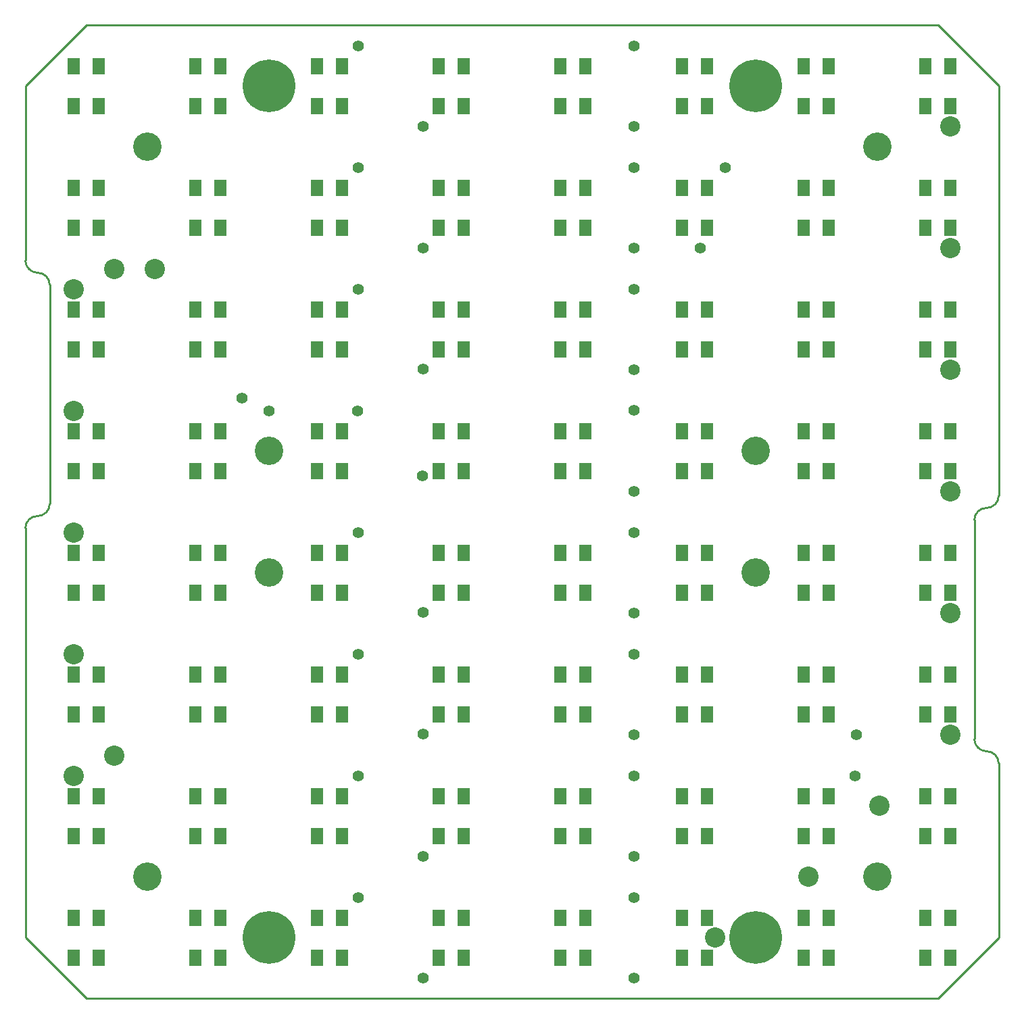
<source format=gts>
G04 #@! TF.FileFunction,Soldermask,Top*
%FSLAX46Y46*%
G04 Gerber Fmt 4.6, Leading zero omitted, Abs format (unit mm)*
G04 Created by KiCad (PCBNEW 0.201504141001+5596~22~ubuntu14.10.1-product) date Friday 17 April 2015 10:18:20 PM IST*
%MOMM*%
G01*
G04 APERTURE LIST*
%ADD10C,0.152400*%
%ADD11C,0.254000*%
%ADD12C,3.556000*%
%ADD13R,1.524000X2.032000*%
%ADD14C,6.604000*%
%ADD15C,2.540000*%
%ADD16C,1.397000*%
G04 APERTURE END LIST*
D10*
D11*
X147320000Y-33020000D02*
X139700000Y-25400000D01*
X147320000Y-139700000D02*
X139700000Y-147320000D01*
X25400000Y-139700000D02*
X33020000Y-147320000D01*
X33020000Y-25400000D02*
X25400000Y-33020000D01*
X147320000Y-117856000D02*
G75*
G03X145796000Y-116332000I-1524000J0D01*
G01*
X144272000Y-114808000D02*
G75*
G03X145796000Y-116332000I1524000J0D01*
G01*
X145796000Y-85852000D02*
G75*
G03X144272000Y-87376000I0J-1524000D01*
G01*
X145796000Y-85852000D02*
G75*
G03X147320000Y-84328000I0J1524000D01*
G01*
X25400000Y-54864000D02*
G75*
G03X26924000Y-56388000I1524000J0D01*
G01*
X28448000Y-57912000D02*
G75*
G03X26924000Y-56388000I-1524000J0D01*
G01*
X26924000Y-86868000D02*
G75*
G03X25400000Y-88392000I0J-1524000D01*
G01*
X26924000Y-86868000D02*
G75*
G03X28448000Y-85344000I0J1524000D01*
G01*
X147320000Y-84328000D02*
X147320000Y-33020000D01*
X147320000Y-117856000D02*
X147320000Y-139700000D01*
X25400000Y-88392000D02*
X25400000Y-139700000D01*
X25400000Y-54864000D02*
X25400000Y-33020000D01*
X144272000Y-101092000D02*
X144272000Y-114808000D01*
X144272000Y-101092000D02*
X144272000Y-87376000D01*
X28448000Y-71628000D02*
X28448000Y-85344000D01*
X28448000Y-71628000D02*
X28448000Y-57912000D01*
X139700000Y-147320000D02*
X33020000Y-147320000D01*
X33020000Y-25400000D02*
X139700000Y-25400000D01*
D12*
X132080000Y-132080000D03*
X40640000Y-132080000D03*
X116840000Y-78740000D03*
X55880000Y-78740000D03*
X116840000Y-93980000D03*
X55880000Y-93980000D03*
X132080000Y-40640000D03*
X40640000Y-40640000D03*
D13*
X126047500Y-30543500D03*
X122872500Y-30543500D03*
X122872500Y-35496500D03*
X126047500Y-35496500D03*
X110807500Y-30543500D03*
X107632500Y-30543500D03*
X107632500Y-35496500D03*
X110807500Y-35496500D03*
X95567500Y-30543500D03*
X92392500Y-30543500D03*
X92392500Y-35496500D03*
X95567500Y-35496500D03*
X80327500Y-30543500D03*
X77152500Y-30543500D03*
X77152500Y-35496500D03*
X80327500Y-35496500D03*
X65087500Y-30543500D03*
X61912500Y-30543500D03*
X61912500Y-35496500D03*
X65087500Y-35496500D03*
X49847500Y-30543500D03*
X46672500Y-30543500D03*
X46672500Y-35496500D03*
X49847500Y-35496500D03*
X34607500Y-30543500D03*
X31432500Y-30543500D03*
X31432500Y-35496500D03*
X34607500Y-35496500D03*
X141287500Y-45783500D03*
X138112500Y-45783500D03*
X138112500Y-50736500D03*
X141287500Y-50736500D03*
X126047500Y-45783500D03*
X122872500Y-45783500D03*
X122872500Y-50736500D03*
X126047500Y-50736500D03*
X110807500Y-45783500D03*
X107632500Y-45783500D03*
X107632500Y-50736500D03*
X110807500Y-50736500D03*
X95567500Y-45783500D03*
X92392500Y-45783500D03*
X92392500Y-50736500D03*
X95567500Y-50736500D03*
X80327500Y-45783500D03*
X77152500Y-45783500D03*
X77152500Y-50736500D03*
X80327500Y-50736500D03*
X65087500Y-45783500D03*
X61912500Y-45783500D03*
X61912500Y-50736500D03*
X65087500Y-50736500D03*
X49847500Y-45783500D03*
X46672500Y-45783500D03*
X46672500Y-50736500D03*
X49847500Y-50736500D03*
X34607500Y-45783500D03*
X31432500Y-45783500D03*
X31432500Y-50736500D03*
X34607500Y-50736500D03*
X141287500Y-61023500D03*
X138112500Y-61023500D03*
X138112500Y-65976500D03*
X141287500Y-65976500D03*
X126047500Y-61023500D03*
X122872500Y-61023500D03*
X122872500Y-65976500D03*
X126047500Y-65976500D03*
X110807500Y-61023500D03*
X107632500Y-61023500D03*
X107632500Y-65976500D03*
X110807500Y-65976500D03*
X95567500Y-61023500D03*
X92392500Y-61023500D03*
X92392500Y-65976500D03*
X95567500Y-65976500D03*
X80327500Y-61023500D03*
X77152500Y-61023500D03*
X77152500Y-65976500D03*
X80327500Y-65976500D03*
X65087500Y-61023500D03*
X61912500Y-61023500D03*
X61912500Y-65976500D03*
X65087500Y-65976500D03*
X49847500Y-61023500D03*
X46672500Y-61023500D03*
X46672500Y-65976500D03*
X49847500Y-65976500D03*
X34607500Y-61023500D03*
X31432500Y-61023500D03*
X31432500Y-65976500D03*
X34607500Y-65976500D03*
X141287500Y-76263500D03*
X138112500Y-76263500D03*
X138112500Y-81216500D03*
X141287500Y-81216500D03*
X126047500Y-76263500D03*
X122872500Y-76263500D03*
X122872500Y-81216500D03*
X126047500Y-81216500D03*
X110807500Y-76263500D03*
X107632500Y-76263500D03*
X107632500Y-81216500D03*
X110807500Y-81216500D03*
X95567500Y-76263500D03*
X92392500Y-76263500D03*
X92392500Y-81216500D03*
X95567500Y-81216500D03*
X80327500Y-76263500D03*
X77152500Y-76263500D03*
X77152500Y-81216500D03*
X80327500Y-81216500D03*
X65087500Y-76263500D03*
X61912500Y-76263500D03*
X61912500Y-81216500D03*
X65087500Y-81216500D03*
X49847500Y-76263500D03*
X46672500Y-76263500D03*
X46672500Y-81216500D03*
X49847500Y-81216500D03*
X34607500Y-76263500D03*
X31432500Y-76263500D03*
X31432500Y-81216500D03*
X34607500Y-81216500D03*
X141287500Y-91503500D03*
X138112500Y-91503500D03*
X138112500Y-96456500D03*
X141287500Y-96456500D03*
X126047500Y-91503500D03*
X122872500Y-91503500D03*
X122872500Y-96456500D03*
X126047500Y-96456500D03*
X110807500Y-91503500D03*
X107632500Y-91503500D03*
X107632500Y-96456500D03*
X110807500Y-96456500D03*
X95567500Y-91503500D03*
X92392500Y-91503500D03*
X92392500Y-96456500D03*
X95567500Y-96456500D03*
X80327500Y-91503500D03*
X77152500Y-91503500D03*
X77152500Y-96456500D03*
X80327500Y-96456500D03*
X65087500Y-91503500D03*
X61912500Y-91503500D03*
X61912500Y-96456500D03*
X65087500Y-96456500D03*
X49847500Y-91503500D03*
X46672500Y-91503500D03*
X46672500Y-96456500D03*
X49847500Y-96456500D03*
X34607500Y-91503500D03*
X31432500Y-91503500D03*
X31432500Y-96456500D03*
X34607500Y-96456500D03*
X141287500Y-106743500D03*
X138112500Y-106743500D03*
X138112500Y-111696500D03*
X141287500Y-111696500D03*
X126047500Y-106743500D03*
X122872500Y-106743500D03*
X122872500Y-111696500D03*
X126047500Y-111696500D03*
X110807500Y-106743500D03*
X107632500Y-106743500D03*
X107632500Y-111696500D03*
X110807500Y-111696500D03*
X95567500Y-106743500D03*
X92392500Y-106743500D03*
X92392500Y-111696500D03*
X95567500Y-111696500D03*
X80327500Y-106743500D03*
X77152500Y-106743500D03*
X77152500Y-111696500D03*
X80327500Y-111696500D03*
X65087500Y-106743500D03*
X61912500Y-106743500D03*
X61912500Y-111696500D03*
X65087500Y-111696500D03*
X49847500Y-106743500D03*
X46672500Y-106743500D03*
X46672500Y-111696500D03*
X49847500Y-111696500D03*
X34607500Y-106743500D03*
X31432500Y-106743500D03*
X31432500Y-111696500D03*
X34607500Y-111696500D03*
X141287500Y-121983500D03*
X138112500Y-121983500D03*
X138112500Y-126936500D03*
X141287500Y-126936500D03*
X126047500Y-121983500D03*
X122872500Y-121983500D03*
X122872500Y-126936500D03*
X126047500Y-126936500D03*
X110807500Y-121983500D03*
X107632500Y-121983500D03*
X107632500Y-126936500D03*
X110807500Y-126936500D03*
X95567500Y-121983500D03*
X92392500Y-121983500D03*
X92392500Y-126936500D03*
X95567500Y-126936500D03*
X80327500Y-121983500D03*
X77152500Y-121983500D03*
X77152500Y-126936500D03*
X80327500Y-126936500D03*
X65087500Y-121983500D03*
X61912500Y-121983500D03*
X61912500Y-126936500D03*
X65087500Y-126936500D03*
X49847500Y-121983500D03*
X46672500Y-121983500D03*
X46672500Y-126936500D03*
X49847500Y-126936500D03*
X34607500Y-121983500D03*
X31432500Y-121983500D03*
X31432500Y-126936500D03*
X34607500Y-126936500D03*
X141287500Y-137223500D03*
X138112500Y-137223500D03*
X138112500Y-142176500D03*
X141287500Y-142176500D03*
X126047500Y-137223500D03*
X122872500Y-137223500D03*
X122872500Y-142176500D03*
X126047500Y-142176500D03*
X110807500Y-137223500D03*
X107632500Y-137223500D03*
X107632500Y-142176500D03*
X110807500Y-142176500D03*
X95567500Y-137223500D03*
X92392500Y-137223500D03*
X92392500Y-142176500D03*
X95567500Y-142176500D03*
X80327500Y-137223500D03*
X77152500Y-137223500D03*
X77152500Y-142176500D03*
X80327500Y-142176500D03*
X65087500Y-137223500D03*
X61912500Y-137223500D03*
X61912500Y-142176500D03*
X65087500Y-142176500D03*
X49847500Y-137223500D03*
X46672500Y-137223500D03*
X46672500Y-142176500D03*
X49847500Y-142176500D03*
X141287500Y-30543500D03*
X138112500Y-30543500D03*
X138112500Y-35496500D03*
X141287500Y-35496500D03*
X34607500Y-137223500D03*
X31432500Y-137223500D03*
X31432500Y-142176500D03*
X34607500Y-142176500D03*
D14*
X116840000Y-139700000D03*
X55880000Y-139700000D03*
X55880000Y-33020000D03*
X116840000Y-33020000D03*
D12*
X116840000Y-139700000D03*
X55880000Y-139700000D03*
D15*
X36512500Y-116903500D03*
X123507500Y-132016500D03*
X31432500Y-119443500D03*
X132397500Y-123126500D03*
X31432500Y-104203500D03*
X141287500Y-114236500D03*
X31432500Y-88963500D03*
X141287500Y-98996500D03*
X31432500Y-73723500D03*
X141300200Y-83769200D03*
X31432500Y-58483500D03*
X141287500Y-68516500D03*
X36512500Y-55943500D03*
X141287500Y-53276500D03*
X41592500Y-55943500D03*
X141287500Y-38036500D03*
X111760000Y-139700000D03*
D16*
X52565300Y-72072500D03*
X75184000Y-144729200D03*
X75184000Y-129489200D03*
X75184000Y-114198400D03*
X75184000Y-98958400D03*
X75184000Y-68478400D03*
X75184000Y-53289200D03*
X75184000Y-38049200D03*
X109931200Y-53289200D03*
X75171300Y-81813400D03*
X101600000Y-38049200D03*
X101600000Y-53289200D03*
X101600000Y-68529200D03*
X101600000Y-83769200D03*
X101600000Y-99009200D03*
X101600000Y-114249200D03*
X101600000Y-129489200D03*
X101600000Y-144729200D03*
X129476500Y-114236500D03*
X113030000Y-43230800D03*
X55943500Y-73723500D03*
X129362200Y-119443500D03*
X67056000Y-134670800D03*
X67056000Y-119430800D03*
X67056000Y-104190800D03*
X67056000Y-88950800D03*
X67056000Y-58470800D03*
X67056000Y-43230800D03*
X67056000Y-27990800D03*
X67043300Y-73723500D03*
X101600000Y-27990800D03*
X101600000Y-43230800D03*
X101600000Y-58470800D03*
X101650800Y-73660000D03*
X101600000Y-88950800D03*
X101600000Y-104190800D03*
X101600000Y-119430800D03*
X101600000Y-134670800D03*
M02*

</source>
